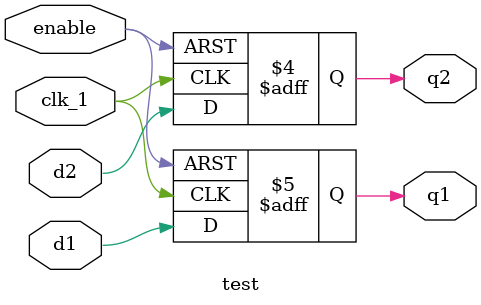
<source format=v>
module test (q1, q2, clk_1, enable, d1, d2);
output q1, q2;
input clk_1, enable, d1, d2;
reg q1, q2;
wire clk_1, enable, d1, d2;
always @( posedge clk_1 or negedge enable )
if ( ~enable ) //"enable" is used as reset
q1 <= 1'b0;
else
q1 <= d1;
always @( posedge clk_1 or posedge enable )
if ( enable ) //warning here, "enable" is also used as
//set signal
q2 <= 1'b1;
else
q2 <= d2;
endmodule


</source>
